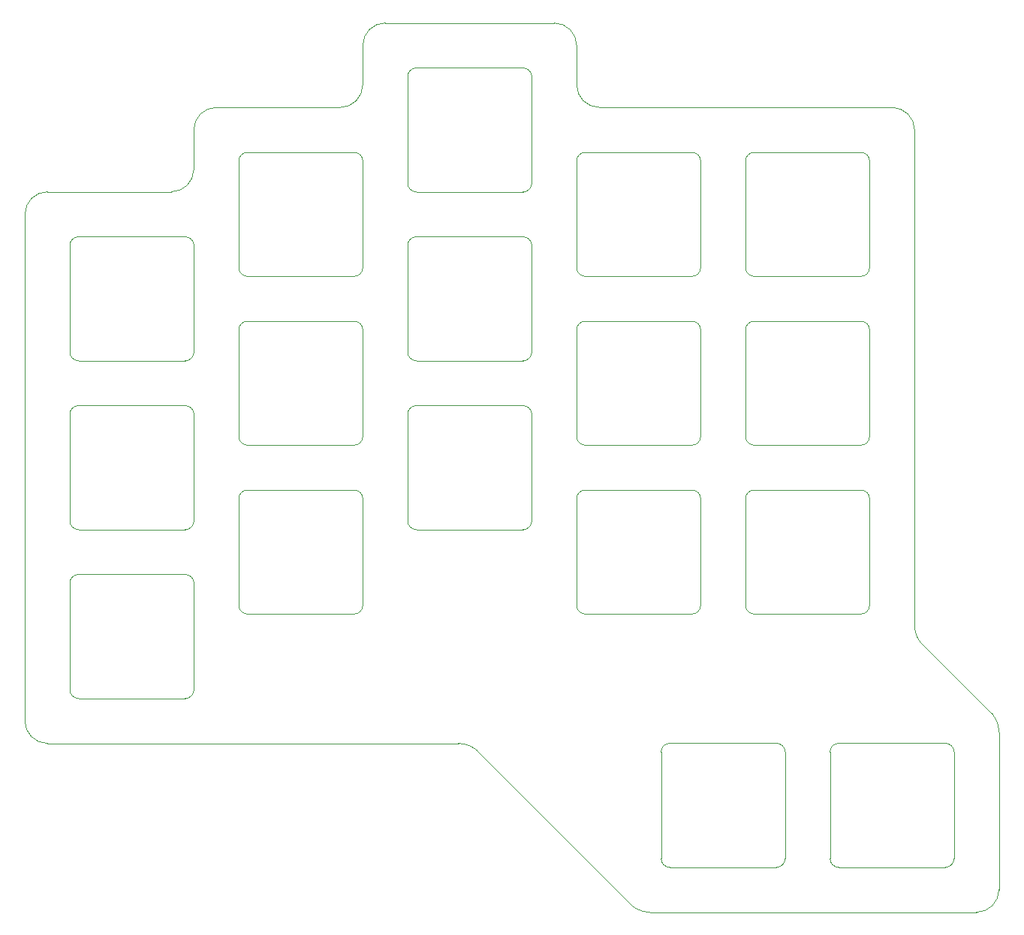
<source format=gm1>
%TF.GenerationSoftware,KiCad,Pcbnew,(6.0.6-1)-1*%
%TF.CreationDate,2022-07-18T09:19:42+08:00*%
%TF.ProjectId,Pragmatic,50726167-6d61-4746-9963-2e6b69636164,3*%
%TF.SameCoordinates,PX7616b68PY48ab840*%
%TF.FileFunction,Profile,NP*%
%FSLAX46Y46*%
G04 Gerber Fmt 4.6, Leading zero omitted, Abs format (unit mm)*
G04 Created by KiCad (PCBNEW (6.0.6-1)-1) date 2022-07-18 09:19:42*
%MOMM*%
%LPD*%
G01*
G04 APERTURE LIST*
%TA.AperFunction,Profile*%
%ADD10C,0.120000*%
%TD*%
%TA.AperFunction,Profile*%
%ADD11C,0.100000*%
%TD*%
G04 APERTURE END LIST*
D10*
X21589997Y-36830002D02*
G75*
G03*
X22859997Y-39370002I3175003J2D01*
G01*
X31115003Y-48894998D02*
G75*
G03*
X29845003Y-46354998I-3175003J-2D01*
G01*
X-10795000Y-67945000D02*
G75*
G03*
X-8255000Y-69215000I2540002J1905003D01*
G01*
X-27305000Y-51435000D02*
G75*
G03*
X-29845000Y-50165000I-2540000J-1905000D01*
G01*
X-43180000Y21590000D02*
G75*
G03*
X-40640000Y24130000I-1J2540001D01*
G01*
X-62230000Y12065000D02*
G75*
G03*
X-59690000Y14605000I0J2540000D01*
G01*
X-76200000Y12065000D02*
G75*
G03*
X-78740000Y9525000I0J-2540000D01*
G01*
X-57150000Y21590000D02*
G75*
G03*
X-59690000Y19050000I0J-2540000D01*
G01*
X-38100000Y31115000D02*
G75*
G03*
X-40640000Y28575000I0J-2540000D01*
G01*
X-38100000Y31115000D02*
X-35560000Y31115000D01*
X-40640000Y24130000D02*
X-40640000Y28575000D01*
X-57150000Y21590000D02*
X-43180000Y21590000D01*
X-59690000Y14605000D02*
X-59690000Y19050000D01*
X-76200000Y12065000D02*
X-62230000Y12065000D01*
X-27305000Y-51435000D02*
X-10795000Y-67945000D01*
X-29845000Y-50165000D02*
X-76200000Y-50165000D01*
X21590000Y-36830000D02*
X21590000Y19050000D01*
X29845000Y-46355000D02*
X22860000Y-39370000D01*
X-16510000Y24130000D02*
X-16510000Y28575000D01*
X-78740000Y9525000D02*
X-78740000Y-47625000D01*
X-16510000Y24130000D02*
G75*
G03*
X-13970000Y21590000I2540000J0D01*
G01*
X-16510000Y28575000D02*
G75*
G03*
X-19050000Y31115000I-2540000J0D01*
G01*
X-78740000Y-47625000D02*
G75*
G03*
X-76200000Y-50165000I2540000J0D01*
G01*
X21590000Y19050000D02*
G75*
G03*
X19050000Y21590000I-2540000J0D01*
G01*
X-13970000Y21590000D02*
X19050000Y21590000D01*
X28575000Y-69215000D02*
G75*
G03*
X31115000Y-66675000I0J2540000D01*
G01*
X31115000Y-48895000D02*
X31115000Y-66675000D01*
X-19050000Y31115000D02*
X-35560000Y31115000D01*
X28575000Y-69215000D02*
X-8255000Y-69215000D01*
D11*
X-72675000Y7000000D02*
X-60675000Y7000000D01*
X-72675000Y-7000000D02*
X-60675000Y-7000000D01*
X-73675000Y-6000000D02*
X-73675000Y6000000D01*
X-59675000Y-6000000D02*
X-59675000Y6000000D01*
X-60675000Y-7000000D02*
G75*
G03*
X-59675000Y-6000000I0J1000000D01*
G01*
X-59675000Y6000000D02*
G75*
G03*
X-60675000Y7000000I-1000000J0D01*
G01*
X-73675000Y-6000000D02*
G75*
G03*
X-72675000Y-7000000I999999J-1D01*
G01*
X-72675000Y7000000D02*
G75*
G03*
X-73675000Y6000000I-1J-999999D01*
G01*
X-72675000Y-12050000D02*
X-60675000Y-12050000D01*
X-72675000Y-26050000D02*
X-60675000Y-26050000D01*
X-73675000Y-25050000D02*
X-73675000Y-13050000D01*
X-59675000Y-25050000D02*
X-59675000Y-13050000D01*
X-60675000Y-26050000D02*
G75*
G03*
X-59675000Y-25050000I0J1000000D01*
G01*
X-59675000Y-13050000D02*
G75*
G03*
X-60675000Y-12050000I-1000000J0D01*
G01*
X-73675000Y-25050000D02*
G75*
G03*
X-72675000Y-26050000I999999J-1D01*
G01*
X-72675000Y-12050000D02*
G75*
G03*
X-73675000Y-13050000I-1J-999999D01*
G01*
X-53625000Y-2525000D02*
X-41625000Y-2525000D01*
X-53625000Y-16525000D02*
X-41625000Y-16525000D01*
X-54625000Y-15525000D02*
X-54625000Y-3525000D01*
X-40625000Y-15525000D02*
X-40625000Y-3525000D01*
X-41625000Y-16525000D02*
G75*
G03*
X-40625000Y-15525000I0J1000000D01*
G01*
X-40625000Y-3525000D02*
G75*
G03*
X-41625000Y-2525000I-1000000J0D01*
G01*
X-54625000Y-15525000D02*
G75*
G03*
X-53625000Y-16525000I999999J-1D01*
G01*
X-53625000Y-2525000D02*
G75*
G03*
X-54625000Y-3525000I-1J-999999D01*
G01*
X-53625000Y16525000D02*
X-41625000Y16525000D01*
X-53625000Y2525000D02*
X-41625000Y2525000D01*
X-54625000Y3525000D02*
X-54625000Y15525000D01*
X-40625000Y3525000D02*
X-40625000Y15525000D01*
X-41625000Y2525000D02*
G75*
G03*
X-40625000Y3525000I0J1000000D01*
G01*
X-40625000Y15525000D02*
G75*
G03*
X-41625000Y16525000I-1000000J0D01*
G01*
X-54625000Y3525000D02*
G75*
G03*
X-53625000Y2525000I999999J-1D01*
G01*
X-53625000Y16525000D02*
G75*
G03*
X-54625000Y15525000I-1J-999999D01*
G01*
X-34575000Y26050000D02*
X-22575000Y26050000D01*
X-34575000Y12050000D02*
X-22575000Y12050000D01*
X-35575000Y13050000D02*
X-35575000Y25050000D01*
X-21575000Y13050000D02*
X-21575000Y25050000D01*
X-22575000Y12050000D02*
G75*
G03*
X-21575000Y13050000I0J1000000D01*
G01*
X-21575000Y25050000D02*
G75*
G03*
X-22575000Y26050000I-1000000J0D01*
G01*
X-35575000Y13050000D02*
G75*
G03*
X-34575000Y12050000I999999J-1D01*
G01*
X-34575000Y26050000D02*
G75*
G03*
X-35575000Y25050000I-1J-999999D01*
G01*
X-15525000Y16525000D02*
X-3525000Y16525000D01*
X-15525000Y2525000D02*
X-3525000Y2525000D01*
X-16525000Y3525000D02*
X-16525000Y15525000D01*
X-2525000Y3525000D02*
X-2525000Y15525000D01*
X-3525000Y2525000D02*
G75*
G03*
X-2525000Y3525000I0J1000000D01*
G01*
X-2525000Y15525000D02*
G75*
G03*
X-3525000Y16525000I-1000000J0D01*
G01*
X-16525000Y3525000D02*
G75*
G03*
X-15525000Y2525000I999999J-1D01*
G01*
X-15525000Y16525000D02*
G75*
G03*
X-16525000Y15525000I-1J-999999D01*
G01*
X3525000Y16525000D02*
X15525000Y16525000D01*
X3525000Y2525000D02*
X15525000Y2525000D01*
X2525000Y3525000D02*
X2525000Y15525000D01*
X16525000Y3525000D02*
X16525000Y15525000D01*
X15525000Y2525000D02*
G75*
G03*
X16525000Y3525000I0J1000000D01*
G01*
X16525000Y15525000D02*
G75*
G03*
X15525000Y16525000I-1000000J0D01*
G01*
X2525000Y3525000D02*
G75*
G03*
X3525000Y2525000I999999J-1D01*
G01*
X3525000Y16525000D02*
G75*
G03*
X2525000Y15525000I-1J-999999D01*
G01*
X-34575000Y7000000D02*
X-22575000Y7000000D01*
X-34575000Y-7000000D02*
X-22575000Y-7000000D01*
X-35575000Y-6000000D02*
X-35575000Y6000000D01*
X-21575000Y-6000000D02*
X-21575000Y6000000D01*
X-22575000Y-7000000D02*
G75*
G03*
X-21575000Y-6000000I0J1000000D01*
G01*
X-21575000Y6000000D02*
G75*
G03*
X-22575000Y7000000I-1000000J0D01*
G01*
X-35575000Y-6000000D02*
G75*
G03*
X-34575000Y-7000000I999999J-1D01*
G01*
X-34575000Y7000000D02*
G75*
G03*
X-35575000Y6000000I-1J-999999D01*
G01*
X-15525000Y-2525000D02*
G75*
G03*
X-16525000Y-3525000I-1J-999999D01*
G01*
X-16525000Y-15525000D02*
G75*
G03*
X-15525000Y-16525000I999999J-1D01*
G01*
X-2525000Y-3525000D02*
G75*
G03*
X-3525000Y-2525000I-1000000J0D01*
G01*
X-3525000Y-16525000D02*
G75*
G03*
X-2525000Y-15525000I0J1000000D01*
G01*
X-2525000Y-15525000D02*
X-2525000Y-3525000D01*
X-16525000Y-15525000D02*
X-16525000Y-3525000D01*
X-15525000Y-16525000D02*
X-3525000Y-16525000D01*
X-15525000Y-2525000D02*
X-3525000Y-2525000D01*
X3525000Y-2525000D02*
X15525000Y-2525000D01*
X3525000Y-16525000D02*
X15525000Y-16525000D01*
X2525000Y-15525000D02*
X2525000Y-3525000D01*
X16525000Y-15525000D02*
X16525000Y-3525000D01*
X15525000Y-16525000D02*
G75*
G03*
X16525000Y-15525000I0J1000000D01*
G01*
X16525000Y-3525000D02*
G75*
G03*
X15525000Y-2525000I-1000000J0D01*
G01*
X2525000Y-15525000D02*
G75*
G03*
X3525000Y-16525000I999999J-1D01*
G01*
X3525000Y-2525000D02*
G75*
G03*
X2525000Y-3525000I-1J-999999D01*
G01*
X-72675000Y-31100000D02*
X-60675000Y-31100000D01*
X-72675000Y-45100000D02*
X-60675000Y-45100000D01*
X-73675000Y-44100000D02*
X-73675000Y-32100000D01*
X-59675000Y-44100000D02*
X-59675000Y-32100000D01*
X-60675000Y-45100000D02*
G75*
G03*
X-59675000Y-44100000I0J1000000D01*
G01*
X-59675000Y-32100000D02*
G75*
G03*
X-60675000Y-31100000I-1000000J0D01*
G01*
X-73675000Y-44100000D02*
G75*
G03*
X-72675000Y-45100000I999999J-1D01*
G01*
X-72675000Y-31100000D02*
G75*
G03*
X-73675000Y-32100000I-1J-999999D01*
G01*
X-53625000Y-21575000D02*
X-41625000Y-21575000D01*
X-53625000Y-35575000D02*
X-41625000Y-35575000D01*
X-54625000Y-34575000D02*
X-54625000Y-22575000D01*
X-40625000Y-34575000D02*
X-40625000Y-22575000D01*
X-41625000Y-35575000D02*
G75*
G03*
X-40625000Y-34575000I0J1000000D01*
G01*
X-40625000Y-22575000D02*
G75*
G03*
X-41625000Y-21575000I-1000000J0D01*
G01*
X-54625000Y-34575000D02*
G75*
G03*
X-53625000Y-35575000I999999J-1D01*
G01*
X-53625000Y-21575000D02*
G75*
G03*
X-54625000Y-22575000I-1J-999999D01*
G01*
X-34575000Y-12050000D02*
X-22575000Y-12050000D01*
X-34575000Y-26050000D02*
X-22575000Y-26050000D01*
X-35575000Y-25050000D02*
X-35575000Y-13050000D01*
X-21575000Y-25050000D02*
X-21575000Y-13050000D01*
X-22575000Y-26050000D02*
G75*
G03*
X-21575000Y-25050000I0J1000000D01*
G01*
X-21575000Y-13050000D02*
G75*
G03*
X-22575000Y-12050000I-1000000J0D01*
G01*
X-35575000Y-25050000D02*
G75*
G03*
X-34575000Y-26050000I999999J-1D01*
G01*
X-34575000Y-12050000D02*
G75*
G03*
X-35575000Y-13050000I-1J-999999D01*
G01*
X-15525000Y-21575000D02*
X-3525000Y-21575000D01*
X-15525000Y-35575000D02*
X-3525000Y-35575000D01*
X-16525000Y-34575000D02*
X-16525000Y-22575000D01*
X-2525000Y-34575000D02*
X-2525000Y-22575000D01*
X-3525000Y-35575000D02*
G75*
G03*
X-2525000Y-34575000I0J1000000D01*
G01*
X-2525000Y-22575000D02*
G75*
G03*
X-3525000Y-21575000I-1000000J0D01*
G01*
X-16525000Y-34575000D02*
G75*
G03*
X-15525000Y-35575000I999999J-1D01*
G01*
X-15525000Y-21575000D02*
G75*
G03*
X-16525000Y-22575000I-1J-999999D01*
G01*
X3525000Y-21575000D02*
X15525000Y-21575000D01*
X3525000Y-35575000D02*
X15525000Y-35575000D01*
X2525000Y-34575000D02*
X2525000Y-22575000D01*
X16525000Y-34575000D02*
X16525000Y-22575000D01*
X15525000Y-35575000D02*
G75*
G03*
X16525000Y-34575000I0J1000000D01*
G01*
X16525000Y-22575000D02*
G75*
G03*
X15525000Y-21575000I-1000000J0D01*
G01*
X2525000Y-34575000D02*
G75*
G03*
X3525000Y-35575000I999999J-1D01*
G01*
X3525000Y-21575000D02*
G75*
G03*
X2525000Y-22575000I-1J-999999D01*
G01*
X-6000000Y-50150000D02*
X6000000Y-50150000D01*
X-6000000Y-64150000D02*
X6000000Y-64150000D01*
X-7000000Y-63150000D02*
X-7000000Y-51150000D01*
X7000000Y-63150000D02*
X7000000Y-51150000D01*
X6000000Y-64150000D02*
G75*
G03*
X7000000Y-63150000I0J1000000D01*
G01*
X7000000Y-51150000D02*
G75*
G03*
X6000000Y-50150000I-1000000J0D01*
G01*
X-7000000Y-63150000D02*
G75*
G03*
X-6000000Y-64150000I999999J-1D01*
G01*
X-6000000Y-50150000D02*
G75*
G03*
X-7000000Y-51150000I-1J-999999D01*
G01*
X13050000Y-50150000D02*
X25050000Y-50150000D01*
X13050000Y-64150000D02*
X25050000Y-64150000D01*
X12050000Y-63150000D02*
X12050000Y-51150000D01*
X26050000Y-63150000D02*
X26050000Y-51150000D01*
X25050000Y-64150000D02*
G75*
G03*
X26050000Y-63150000I0J1000000D01*
G01*
X26050000Y-51150000D02*
G75*
G03*
X25050000Y-50150000I-1000000J0D01*
G01*
X12050000Y-63150000D02*
G75*
G03*
X13050000Y-64150000I999999J-1D01*
G01*
X13050000Y-50150000D02*
G75*
G03*
X12050000Y-51150000I-1J-999999D01*
G01*
M02*

</source>
